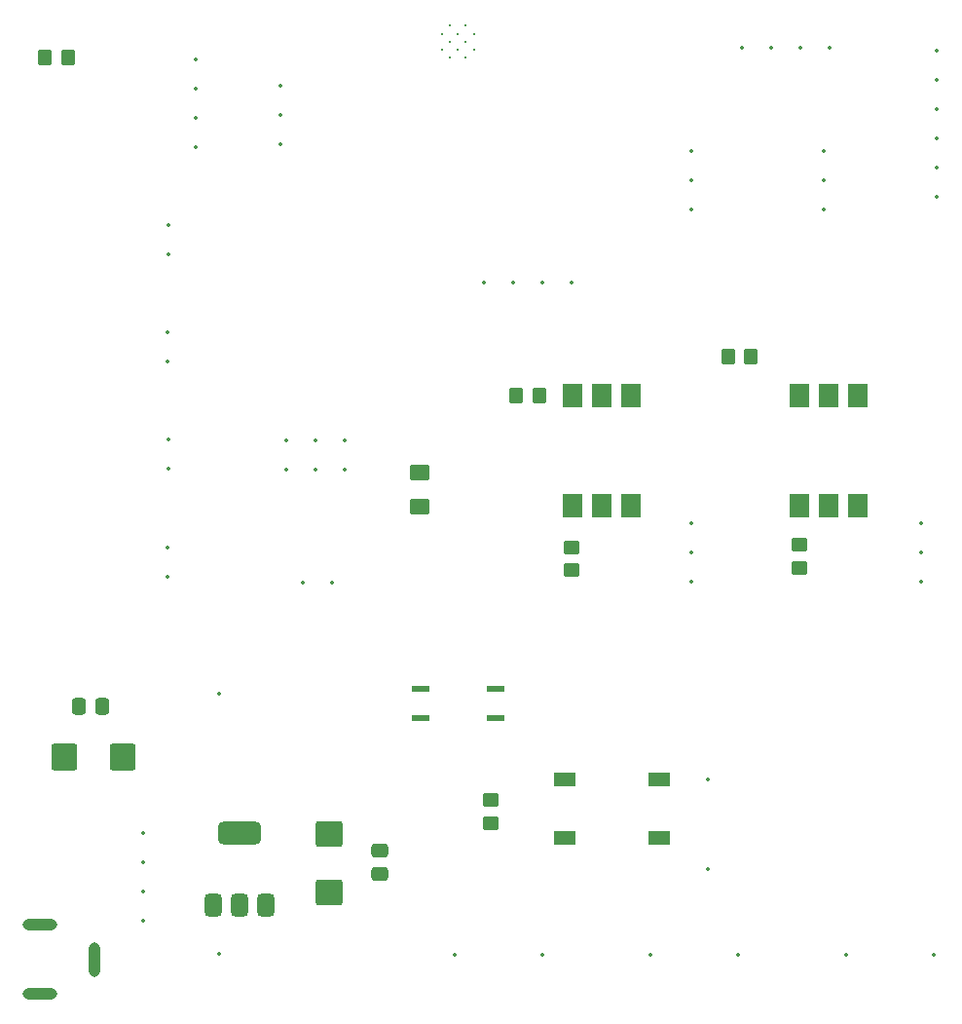
<source format=gbr>
%TF.GenerationSoftware,KiCad,Pcbnew,9.0.5*%
%TF.CreationDate,2025-10-21T15:42:54-03:00*%
%TF.ProjectId,v0.2,76302e32-2e6b-4696-9361-645f70636258,rev?*%
%TF.SameCoordinates,Original*%
%TF.FileFunction,Paste,Bot*%
%TF.FilePolarity,Positive*%
%FSLAX46Y46*%
G04 Gerber Fmt 4.6, Leading zero omitted, Abs format (unit mm)*
G04 Created by KiCad (PCBNEW 9.0.5) date 2025-10-21 15:42:54*
%MOMM*%
%LPD*%
G01*
G04 APERTURE LIST*
G04 Aperture macros list*
%AMRoundRect*
0 Rectangle with rounded corners*
0 $1 Rounding radius*
0 $2 $3 $4 $5 $6 $7 $8 $9 X,Y pos of 4 corners*
0 Add a 4 corners polygon primitive as box body*
4,1,4,$2,$3,$4,$5,$6,$7,$8,$9,$2,$3,0*
0 Add four circle primitives for the rounded corners*
1,1,$1+$1,$2,$3*
1,1,$1+$1,$4,$5*
1,1,$1+$1,$6,$7*
1,1,$1+$1,$8,$9*
0 Add four rect primitives between the rounded corners*
20,1,$1+$1,$2,$3,$4,$5,0*
20,1,$1+$1,$4,$5,$6,$7,0*
20,1,$1+$1,$6,$7,$8,$9,0*
20,1,$1+$1,$8,$9,$2,$3,0*%
G04 Aperture macros list end*
%ADD10RoundRect,0.250000X-0.475000X0.337500X-0.475000X-0.337500X0.475000X-0.337500X0.475000X0.337500X0*%
%ADD11RoundRect,0.250000X-0.350000X-0.450000X0.350000X-0.450000X0.350000X0.450000X-0.350000X0.450000X0*%
%ADD12RoundRect,0.137500X0.662500X0.137500X-0.662500X0.137500X-0.662500X-0.137500X0.662500X-0.137500X0*%
%ADD13RoundRect,0.375000X0.375000X-0.625000X0.375000X0.625000X-0.375000X0.625000X-0.375000X-0.625000X0*%
%ADD14RoundRect,0.500000X1.400000X-0.500000X1.400000X0.500000X-1.400000X0.500000X-1.400000X-0.500000X0*%
%ADD15RoundRect,0.250001X0.624999X-0.462499X0.624999X0.462499X-0.624999X0.462499X-0.624999X-0.462499X0*%
%ADD16RoundRect,0.250000X0.337500X0.475000X-0.337500X0.475000X-0.337500X-0.475000X0.337500X-0.475000X0*%
%ADD17RoundRect,0.250000X0.450000X-0.350000X0.450000X0.350000X-0.450000X0.350000X-0.450000X-0.350000X0*%
%ADD18RoundRect,0.250000X-0.450000X0.350000X-0.450000X-0.350000X0.450000X-0.350000X0.450000X0.350000X0*%
%ADD19R,1.900000X1.200000*%
%ADD20R,1.780000X2.000000*%
%ADD21RoundRect,0.250000X0.875000X0.925000X-0.875000X0.925000X-0.875000X-0.925000X0.875000X-0.925000X0*%
%ADD22RoundRect,0.250000X-0.925000X0.875000X-0.925000X-0.875000X0.925000X-0.875000X0.925000X0.875000X0*%
%ADD23O,3.000000X1.000000*%
%ADD24O,1.000000X3.000000*%
%ADD25C,0.200000*%
%ADD26C,0.350000*%
G04 APERTURE END LIST*
D10*
%TO.C,C10*%
X66957500Y-139512500D03*
X66957500Y-141587500D03*
%TD*%
D11*
%TO.C,R8*%
X78800000Y-100000000D03*
X80800000Y-100000000D03*
%TD*%
D12*
%TO.C,U4*%
X77000000Y-125500000D03*
X77000000Y-128040000D03*
X70500000Y-128040000D03*
X70500000Y-125500000D03*
%TD*%
D13*
%TO.C,U5*%
X57057500Y-144312500D03*
X54757500Y-144312500D03*
D14*
X54757500Y-138012500D03*
D13*
X52457500Y-144312500D03*
%TD*%
D11*
%TO.C,R10*%
X97200000Y-96600000D03*
X99200000Y-96600000D03*
%TD*%
D15*
%TO.C,F1*%
X70420000Y-109637500D03*
X70420000Y-106662500D03*
%TD*%
D16*
%TO.C,C8*%
X42837500Y-127000000D03*
X40762500Y-127000000D03*
%TD*%
D17*
%TO.C,R11*%
X76600000Y-137144000D03*
X76600000Y-135144000D03*
%TD*%
D18*
%TO.C,R7*%
X83600000Y-113200000D03*
X83600000Y-115200000D03*
%TD*%
D11*
%TO.C,R6*%
X37820000Y-70650000D03*
X39820000Y-70650000D03*
%TD*%
D19*
%TO.C,BR1*%
X82996420Y-138439590D03*
X82996420Y-133339590D03*
X91246420Y-138439590D03*
X91246420Y-133339590D03*
%TD*%
D20*
%TO.C,U3*%
X103460000Y-100035000D03*
X106000000Y-100035000D03*
X108540000Y-100035000D03*
X108540000Y-109565000D03*
X106000000Y-109565000D03*
X103460000Y-109565000D03*
%TD*%
D18*
%TO.C,R9*%
X103400000Y-113000000D03*
X103400000Y-115000000D03*
%TD*%
D20*
%TO.C,U2*%
X83660000Y-100035000D03*
X86200000Y-100035000D03*
X88740000Y-100035000D03*
X88740000Y-109565000D03*
X86200000Y-109565000D03*
X83660000Y-109565000D03*
%TD*%
D21*
%TO.C,C9*%
X44600000Y-131400000D03*
X39500000Y-131400000D03*
%TD*%
D22*
%TO.C,C11*%
X62557500Y-138112500D03*
X62557500Y-143212500D03*
%TD*%
D23*
X37400000Y-146000000D03*
X37400000Y-152000000D03*
D24*
X42100000Y-149000000D03*
D25*
X72320000Y-68570000D03*
X72320000Y-69970000D03*
X73020000Y-67870000D03*
X73020000Y-69270000D03*
X73020000Y-70670000D03*
X73695000Y-68570000D03*
X73695000Y-69970000D03*
X74420000Y-67870000D03*
X74420000Y-69270000D03*
X74420000Y-70670000D03*
X75120000Y-68570000D03*
X75120000Y-69970000D03*
D26*
X95432500Y-141150000D03*
X95432500Y-133350000D03*
X52932500Y-148550000D03*
X52932500Y-125950000D03*
X94000000Y-116200000D03*
X94000000Y-113660000D03*
X94000000Y-111120000D03*
X105570000Y-83850000D03*
X105570000Y-81310000D03*
X105570000Y-78770000D03*
X114000000Y-116200000D03*
X114000000Y-113660000D03*
X114000000Y-111120000D03*
X115062000Y-148590000D03*
X107442000Y-148590000D03*
X48557500Y-106400000D03*
X48557500Y-103860000D03*
X50920000Y-78450000D03*
X50920000Y-75910000D03*
X50920000Y-73370000D03*
X50920000Y-70830000D03*
X83620000Y-90150000D03*
X81080000Y-90150000D03*
X78540000Y-90150000D03*
X76000000Y-90150000D03*
X98420000Y-69800000D03*
X100960000Y-69800000D03*
X103500000Y-69800000D03*
X106040000Y-69800000D03*
X48507500Y-115750000D03*
X48507500Y-113210000D03*
X81026000Y-148590000D03*
X73406000Y-148590000D03*
X48520000Y-87700000D03*
X48520000Y-85160000D03*
X46357500Y-145632500D03*
X46357500Y-140552500D03*
X46357500Y-143092500D03*
X46357500Y-138012500D03*
X48507500Y-97050000D03*
X48507500Y-94510000D03*
X58320000Y-73100000D03*
X58320000Y-75640000D03*
X58320000Y-78180000D03*
X98044000Y-148590000D03*
X90424000Y-148590000D03*
X58780000Y-103910000D03*
X58780000Y-106450000D03*
X61320000Y-103910000D03*
X61320000Y-106450000D03*
X63860000Y-103910000D03*
X63860000Y-106450000D03*
X60250000Y-116250000D03*
X62790000Y-116250000D03*
X94020000Y-83850000D03*
X94020000Y-81310000D03*
X94020000Y-78770000D03*
X115370000Y-70000000D03*
X115370000Y-72540000D03*
X115370000Y-75080000D03*
X115370000Y-77620000D03*
X115370000Y-80160000D03*
X115370000Y-82700000D03*
M02*

</source>
